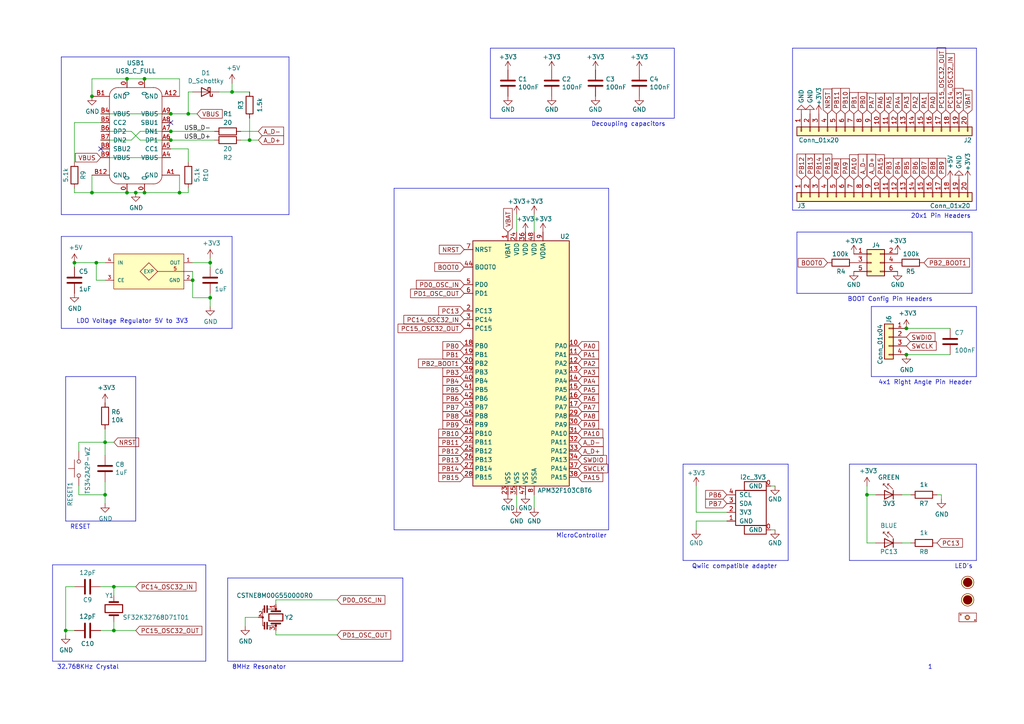
<source format=kicad_sch>
(kicad_sch (version 20230121) (generator eeschema)
  (paper "A4")
  (title_block (title "GroundStudio Magma Droplet") (date "2025-03-31") (rev "0.4") (company "GroundStudio.ro") (comment 1 "Schematic: Victor"))
  (junction (at 54.61 33.02))
  (junction (at 26.67 27.94))
  (junction (at 36.83 55.88))
  (junction (at 39.37 55.88))
  (junction (at 30.48 128.27))
  (junction (at 55.88 81.28))
  (junction (at 41.91 22.86))
  (junction (at 33.02 170.18))
  (junction (at 27.94 76.2))
  (junction (at 41.91 55.88))
  (junction (at 52.07 55.88))
  (junction (at 33.02 182.88))
  (junction (at 251.46 143.51))
  (junction (at 19.05 182.88))
  (junction (at 36.83 22.86))
  (junction (at 21.59 76.2))
  (junction (at 49.53 38.1))
  (junction (at 262.89 95.25))
  (junction (at 72.39 40.64))
  (junction (at 49.53 33.02))
  (junction (at 49.53 40.64))
  (junction (at 30.48 143.51))
  (junction (at 262.89 102.87))
  (junction (at 60.96 76.2))
  (junction (at 60.96 86.36))
  (junction (at 26.67 55.88))
  (junction (at 67.31 26.67))
  (no_connect (at 49.53 35.56))
  (no_connect (at 29.21 43.18))
  (wire (pts (xy 67.31 26.67) (xy 67.31 24.13)))
  (wire (pts (xy 29.21 45.72) (xy 49.53 45.72)))
  (polyline (pts (xy 17.78 68.58) (xy 67.31 68.58)))
  (polyline (pts (xy 252.73 88.9) (xy 283.21 88.9)))
  (wire (pts (xy 67.31 26.67) (xy 72.39 26.67)))
  (wire (pts (xy 60.96 77.47) (xy 60.96 76.2)))
  (wire (pts (xy 201.93 148.59) (xy 210.82 148.59)))
  (wire (pts (xy 55.88 86.36) (xy 55.88 81.28)))
  (wire (pts (xy 30.48 81.28) (xy 27.94 81.28)))
  (polyline (pts (xy 229.87 13.97) (xy 283.21 13.97)))
  (polyline (pts (xy 114.3 54.61) (xy 176.53 54.61)))
  (wire (pts (xy 60.96 86.36) (xy 60.96 88.9)))
  (wire (pts (xy 26.67 27.94) (xy 26.67 22.86)))
  (wire (pts (xy 49.53 38.1) (xy 62.23 38.1)))
  (polyline (pts (xy 66.04 191.77) (xy 66.04 167.64)))
  (wire (pts (xy 262.89 102.87) (xy 275.59 102.87)))
  (wire (pts (xy 223.52 140.97) (xy 224.79 140.97)))
  (wire (pts (xy 22.86 140.97) (xy 22.86 143.51)))
  (wire (pts (xy 254 143.51) (xy 251.46 143.51)))
  (polyline (pts (xy 195.58 13.97) (xy 142.24 13.97)))
  (wire (pts (xy 21.59 55.88) (xy 26.67 55.88)))
  (wire (pts (xy 29.21 33.02) (xy 49.53 33.02)))
  (wire (pts (xy 55.88 86.36) (xy 60.96 86.36)))
  (polyline (pts (xy 15.24 191.77) (xy 15.24 163.83)))
  (wire (pts (xy 22.86 128.27) (xy 30.48 128.27)))
  (polyline (pts (xy 66.04 167.64) (xy 116.84 167.64)))
  (wire (pts (xy 69.85 40.64) (xy 72.39 40.64)))
  (polyline (pts (xy 116.84 167.64) (xy 116.84 191.77)))
  (wire (pts (xy 49.53 40.64) (xy 62.23 40.64)))
  (polyline (pts (xy 252.73 109.22) (xy 252.73 88.9)))
  (wire (pts (xy 26.67 55.88) (xy 36.83 55.88)))
  (wire (pts (xy 29.21 38.1) (xy 38.1 38.1)))
  (wire (pts (xy 149.86 62.23) (xy 149.86 67.31)))
  (wire (pts (xy 41.91 22.86) (xy 52.07 22.86)))
  (wire (pts (xy 54.61 46.99) (xy 54.61 43.18)))
  (polyline (pts (xy 198.12 162.56) (xy 228.6 162.56)))
  (wire (pts (xy 33.02 170.18) (xy 39.37 170.18)))
  (wire (pts (xy 80.01 175.26) (xy 80.01 173.99)))
  (polyline (pts (xy 15.24 191.77) (xy 59.69 191.77)))
  (wire (pts (xy 261.62 143.51) (xy 264.16 143.51)))
  (wire (pts (xy 26.67 50.8) (xy 26.67 55.88)))
  (wire (pts (xy 29.21 182.88) (xy 33.02 182.88)))
  (wire (pts (xy 22.86 143.51) (xy 30.48 143.51)))
  (polyline (pts (xy 231.14 67.31) (xy 231.14 85.09)))
  (wire (pts (xy 55.88 78.74) (xy 55.88 81.28)))
  (polyline (pts (xy 198.12 134.62) (xy 228.6 134.62)))
  (polyline (pts (xy 229.87 60.96) (xy 283.21 60.96)))
  (wire (pts (xy 71.12 179.07) (xy 74.93 179.07)))
  (wire (pts (xy 21.59 76.2) (xy 27.94 76.2)))
  (polyline (pts (xy 15.24 163.83) (xy 59.69 163.83)))
  (wire (pts (xy 60.96 76.2) (xy 60.96 74.93)))
  (wire (pts (xy 54.61 54.61) (xy 54.61 55.88)))
  (wire (pts (xy 201.93 153.67) (xy 201.93 151.13)))
  (wire (pts (xy 36.83 55.88) (xy 39.37 55.88)))
  (polyline (pts (xy 59.69 163.83) (xy 59.69 191.77)))
  (wire (pts (xy 19.05 182.88) (xy 19.05 184.15)))
  (wire (pts (xy 21.59 54.61) (xy 21.59 55.88)))
  (wire (pts (xy 27.94 81.28) (xy 27.94 76.2)))
  (wire (pts (xy 26.67 22.86) (xy 36.83 22.86)))
  (wire (pts (xy 27.94 76.2) (xy 30.48 76.2)))
  (polyline (pts (xy 114.3 153.67) (xy 114.3 54.61)))
  (wire (pts (xy 80.01 184.15) (xy 97.79 184.15)))
  (wire (pts (xy 154.94 62.23) (xy 154.94 67.31)))
  (wire (pts (xy 40.64 40.64) (xy 49.53 40.64)))
  (wire (pts (xy 54.61 33.02) (xy 57.15 33.02)))
  (wire (pts (xy 52.07 55.88) (xy 52.07 50.8)))
  (wire (pts (xy 80.01 173.99) (xy 97.79 173.99)))
  (polyline (pts (xy 17.78 95.25) (xy 17.78 68.58)))
  (polyline (pts (xy 198.12 134.62) (xy 198.12 162.56)))
  (wire (pts (xy 21.59 35.56) (xy 29.21 35.56)))
  (polyline (pts (xy 19.05 109.22) (xy 19.05 151.13)))
  (wire (pts (xy 21.59 170.18) (xy 19.05 170.18)))
  (polyline (pts (xy 283.21 162.56) (xy 246.38 162.56)))
  (polyline (pts (xy 283.21 109.22) (xy 252.73 109.22)))
  (wire (pts (xy 261.62 157.48) (xy 264.16 157.48)))
  (wire (pts (xy 30.48 143.51) (xy 30.48 146.05)))
  (wire (pts (xy 72.39 40.64) (xy 74.93 40.64)))
  (wire (pts (xy 33.02 172.72) (xy 33.02 170.18)))
  (wire (pts (xy 21.59 46.99) (xy 21.59 35.56)))
  (wire (pts (xy 33.02 182.88) (xy 39.37 182.88)))
  (wire (pts (xy 72.39 34.29) (xy 72.39 40.64)))
  (polyline (pts (xy 39.37 151.13) (xy 39.37 109.22)))
  (polyline (pts (xy 281.94 67.31) (xy 281.94 85.09)))
  (polyline (pts (xy 283.21 88.9) (xy 283.21 109.22)))
  (wire (pts (xy 149.86 143.51) (xy 149.86 147.32)))
  (polyline (pts (xy 283.21 134.62) (xy 283.21 162.56)))
  (wire (pts (xy 55.88 76.2) (xy 60.96 76.2)))
  (wire (pts (xy 271.78 143.51) (xy 273.05 143.51)))
  (wire (pts (xy 33.02 182.88) (xy 33.02 180.34)))
  (wire (pts (xy 30.48 128.27) (xy 33.02 128.27)))
  (polyline (pts (xy 195.58 34.29) (xy 195.58 13.97)))
  (wire (pts (xy 38.1 40.64) (xy 40.64 38.1)))
  (wire (pts (xy 21.59 76.2) (xy 21.59 77.47)))
  (wire (pts (xy 52.07 22.86) (xy 52.07 27.94)))
  (polyline (pts (xy 231.14 67.31) (xy 281.94 67.31)))
  (wire (pts (xy 80.01 182.88) (xy 80.01 184.15)))
  (polyline (pts (xy 229.87 13.97) (xy 229.87 60.96)))
  (wire (pts (xy 19.05 182.88) (xy 21.59 182.88)))
  (wire (pts (xy 36.83 22.86) (xy 41.91 22.86)))
  (wire (pts (xy 54.61 33.02) (xy 54.61 26.67)))
  (polyline (pts (xy 142.24 13.97) (xy 142.24 34.29)))
  (polyline (pts (xy 17.78 62.23) (xy 17.78 16.51)))
  (polyline (pts (xy 83.82 16.51) (xy 83.82 62.23)))
  (wire (pts (xy 19.05 170.18) (xy 19.05 182.88)))
  (polyline (pts (xy 39.37 109.22) (xy 19.05 109.22)))
  (wire (pts (xy 54.61 26.67) (xy 55.88 26.67)))
  (wire (pts (xy 254 157.48) (xy 251.46 157.48)))
  (wire (pts (xy 273.05 143.51) (xy 273.05 144.78)))
  (polyline (pts (xy 246.38 134.62) (xy 283.21 134.62)))
  (wire (pts (xy 30.48 139.7) (xy 30.48 143.51)))
  (wire (pts (xy 29.21 40.64) (xy 38.1 40.64)))
  (wire (pts (xy 69.85 38.1) (xy 74.93 38.1)))
  (polyline (pts (xy 176.53 54.61) (xy 176.53 153.67)))
  (wire (pts (xy 40.64 38.1) (xy 49.53 38.1)))
  (wire (pts (xy 223.52 153.67) (xy 224.79 153.67)))
  (wire (pts (xy 63.5 26.67) (xy 67.31 26.67)))
  (wire (pts (xy 39.37 55.88) (xy 41.91 55.88)))
  (polyline (pts (xy 66.04 191.77) (xy 116.84 191.77)))
  (wire (pts (xy 54.61 55.88) (xy 52.07 55.88)))
  (wire (pts (xy 251.46 157.48) (xy 251.46 143.51)))
  (polyline (pts (xy 67.31 68.58) (xy 67.31 95.25)))
  (polyline (pts (xy 142.24 34.29) (xy 195.58 34.29)))
  (polyline (pts (xy 83.82 62.23) (xy 17.78 62.23)))
  (polyline (pts (xy 176.53 153.67) (xy 114.3 153.67)))
  (wire (pts (xy 33.02 170.18) (xy 29.21 170.18)))
  (wire (pts (xy 41.91 55.88) (xy 52.07 55.88)))
  (wire (pts (xy 49.53 33.02) (xy 54.61 33.02)))
  (polyline (pts (xy 231.14 85.09) (xy 281.94 85.09)))
  (polyline (pts (xy 228.6 134.62) (xy 228.6 162.56)))
  (wire (pts (xy 154.94 143.51) (xy 154.94 147.32)))
  (wire (pts (xy 54.61 43.18) (xy 49.53 43.18)))
  (polyline (pts (xy 19.05 151.13) (xy 39.37 151.13)))
  (polyline (pts (xy 283.21 13.97) (xy 283.21 60.96)))
  (wire (pts (xy 262.89 95.25) (xy 275.59 95.25)))
  (wire (pts (xy 201.93 151.13) (xy 210.82 151.13)))
  (wire (pts (xy 38.1 38.1) (xy 40.64 40.64)))
  (wire (pts (xy 60.96 85.09) (xy 60.96 86.36)))
  (wire (pts (xy 30.48 132.08) (xy 30.48 128.27)))
  (polyline (pts (xy 246.38 162.56) (xy 246.38 134.62)))
  (wire (pts (xy 22.86 130.81) (xy 22.86 128.27)))
  (wire (pts (xy 201.93 140.97) (xy 201.93 148.59)))
  (wire (pts (xy 30.48 128.27) (xy 30.48 124.46)))
  (wire (pts (xy 251.46 143.51) (xy 251.46 140.97)))
  (wire (pts (xy 71.12 181.61) (xy 71.12 179.07)))
  (polyline (pts (xy 17.78 16.51) (xy 83.82 16.51)))
  (polyline (pts (xy 67.31 95.25) (xy 17.78 95.25)))
  (text "Decoupling capacitors" (at 193.04 36.83 0) (effects (font (size 1.27 1.27)) (justify right bottom)))
  (text "4x1 Right Angle Pin Header" (at 281.94 111.76 0) (effects (font (size 1.27 1.27)) (justify right bottom)))
  (text "MicroController" (at 161.29 156.21 0) (effects (font (size 1.27 1.27)) (justify left bottom)))
  (text "20x1 Pin Headers" (at 264.16 63.5 0) (effects (font (size 1.27 1.27)) (justify left bottom)))
  (text "8MHz Resonator" (at 67.31 194.31 0) (effects (font (size 1.27 1.27)) (justify left bottom)))
  (text "32.768KHz Crystal" (at 16.51 194.31 0) (effects (font (size 1.27 1.27)) (justify left bottom)))
  (text "LDO Voltage Regulator 5V to 3V3" (at 54.61 93.98 0) (effects (font (size 1.27 1.27)) (justify right bottom)))
  (text "Qwiic compatible adapter\n" (at 200.66 165.1 0) (effects (font (size 1.27 1.27)) (justify left bottom)))
  (text "BOOT Config Pin Headers" (at 270.51 87.63 0) (effects (font (size 1.27 1.27)) (justify right bottom)))
  (text "1" (at 270.51 194.31 0) (effects (font (size 1.27 1.27)) (justify right bottom)))
  (text "LED's" (at 276.86 165.1 0) (effects (font (size 1.27 1.27)) (justify left bottom)))
  (text "RESET" (at 20.32 153.67 0) (effects (font (size 1.27 1.27)) (justify left bottom)))
  (label "USB_D-" (at 53.34 38.1 0))
  (label "USB_D+" (at 53.34 40.64 0))
  (global_label "VBAT" (shape input) (at 280.67 33.02 90) (property "Intersheetrefs" "${INTERSHEET_REFS}" (effects hide)))
  (global_label "PB14" (shape input) (at 134.62 135.89 180) (property "Intersheetrefs" "${INTERSHEET_REFS}" (effects hide)))
  (global_label "PC15_OSC32_OUT" (shape input) (at 39.37 182.88 0) (property "Intersheetrefs" "${INTERSHEET_REFS}" (effects hide)))
  (global_label "PB9" (shape input) (at 273.05 52.07 90) (property "Intersheetrefs" "${INTERSHEET_REFS}" (effects hide)))
  (global_label "A_D+" (shape input) (at 74.93 40.64 0) (property "Intersheetrefs" "${INTERSHEET_REFS}" (effects hide)))
  (global_label "PB12" (shape input) (at 232.41 52.07 90) (property "Intersheetrefs" "${INTERSHEET_REFS}" (effects hide)))
  (global_label "A_D-" (shape input) (at 167.64 128.27 0) (property "Intersheetrefs" "${INTERSHEET_REFS}" (effects hide)))
  (global_label "PA1" (shape input) (at 267.97 33.02 90) (property "Intersheetrefs" "${INTERSHEET_REFS}" (effects hide)))
  (global_label "PB4" (shape input) (at 134.62 110.49 180) (property "Intersheetrefs" "${INTERSHEET_REFS}" (effects hide)))
  (global_label "A_D-" (shape input) (at 74.93 38.1 0) (property "Intersheetrefs" "${INTERSHEET_REFS}" (effects hide)))
  (global_label "PC15_OSC32_OUT" (shape input) (at 134.62 95.25 180) (property "Intersheetrefs" "${INTERSHEET_REFS}" (effects hide)))
  (global_label "PA6" (shape input) (at 167.64 115.57 0) (property "Intersheetrefs" "${INTERSHEET_REFS}" (effects hide)))
  (global_label "PB10" (shape input) (at 245.11 33.02 90) (property "Intersheetrefs" "${INTERSHEET_REFS}" (effects hide)))
  (global_label "PC13" (shape input) (at 278.13 33.02 90) (property "Intersheetrefs" "${INTERSHEET_REFS}" (effects hide)))
  (global_label "PD0_OSC_IN" (shape input) (at 134.62 82.55 180) (property "Intersheetrefs" "${INTERSHEET_REFS}" (effects hide)))
  (global_label "PB1" (shape input) (at 134.62 102.87 180) (property "Intersheetrefs" "${INTERSHEET_REFS}" (effects hide)))
  (global_label "PA15" (shape input) (at 167.64 138.43 0) (property "Intersheetrefs" "${INTERSHEET_REFS}" (effects hide)))
  (global_label "PA10" (shape input) (at 167.64 125.73 0) (property "Intersheetrefs" "${INTERSHEET_REFS}" (effects hide)))
  (global_label "PB4" (shape input) (at 260.35 52.07 90) (property "Intersheetrefs" "${INTERSHEET_REFS}" (effects hide)))
  (global_label "BOOT0" (shape input) (at 134.62 77.47 180) (property "Intersheetrefs" "${INTERSHEET_REFS}" (effects hide)))
  (global_label "SWCLK" (shape input) (at 262.89 100.33 0) (property "Intersheetrefs" "${INTERSHEET_REFS}" (effects hide)))
  (global_label "PB9" (shape input) (at 134.62 123.19 180) (property "Intersheetrefs" "${INTERSHEET_REFS}" (effects hide)))
  (global_label "PD1_OSC_OUT" (shape input) (at 134.62 85.09 180) (property "Intersheetrefs" "${INTERSHEET_REFS}" (effects hide)))
  (global_label "PC14_OSC32_IN" (shape input) (at 39.37 170.18 0) (property "Intersheetrefs" "${INTERSHEET_REFS}" (effects hide)))
  (global_label "PA7" (shape input) (at 167.64 118.11 0) (property "Intersheetrefs" "${INTERSHEET_REFS}" (effects hide)))
  (global_label "PB3" (shape input) (at 257.81 52.07 90) (property "Intersheetrefs" "${INTERSHEET_REFS}" (effects hide)))
  (global_label "PB7" (shape input) (at 267.97 52.07 90) (property "Intersheetrefs" "${INTERSHEET_REFS}" (effects hide)))
  (global_label "VBUS" (shape input) (at 57.15 33.02 0) (property "Intersheetrefs" "${INTERSHEET_REFS}" (effects hide)))
  (global_label "PA8" (shape input) (at 167.64 120.65 0) (property "Intersheetrefs" "${INTERSHEET_REFS}" (effects hide)))
  (global_label "PA15" (shape input) (at 255.27 52.07 90) (property "Intersheetrefs" "${INTERSHEET_REFS}" (effects hide)))
  (global_label "PA0" (shape input) (at 167.64 100.33 0) (property "Intersheetrefs" "${INTERSHEET_REFS}" (effects hide)))
  (global_label "PB12" (shape input) (at 134.62 130.81 180) (property "Intersheetrefs" "${INTERSHEET_REFS}" (effects hide)))
  (global_label "PB11" (shape input) (at 242.57 33.02 90) (property "Intersheetrefs" "${INTERSHEET_REFS}" (effects hide)))
  (global_label "PC14_OSC32_IN" (shape input) (at 134.62 92.71 180) (property "Intersheetrefs" "${INTERSHEET_REFS}" (effects hide)))
  (global_label "PA3" (shape input) (at 262.89 33.02 90) (property "Intersheetrefs" "${INTERSHEET_REFS}" (effects hide)))
  (global_label "PA3" (shape input) (at 167.64 107.95 0) (property "Intersheetrefs" "${INTERSHEET_REFS}" (effects hide)))
  (global_label "PA8" (shape input) (at 242.57 52.07 90) (property "Intersheetrefs" "${INTERSHEET_REFS}" (effects hide)))
  (global_label "PB5" (shape input) (at 262.89 52.07 90) (property "Intersheetrefs" "${INTERSHEET_REFS}" (effects hide)))
  (global_label "PB6" (shape input) (at 265.43 52.07 90) (property "Intersheetrefs" "${INTERSHEET_REFS}" (effects hide)))
  (global_label "PA2" (shape input) (at 167.64 105.41 0) (property "Intersheetrefs" "${INTERSHEET_REFS}" (effects hide)))
  (global_label "PB10" (shape input) (at 134.62 125.73 180) (property "Intersheetrefs" "${INTERSHEET_REFS}" (effects hide)))
  (global_label "A_D-" (shape input) (at 250.19 52.07 90) (property "Intersheetrefs" "${INTERSHEET_REFS}" (effects hide)))
  (global_label "PA10" (shape input) (at 247.65 52.07 90) (property "Intersheetrefs" "${INTERSHEET_REFS}" (effects hide)))
  (global_label "PB8" (shape input) (at 270.51 52.07 90) (property "Intersheetrefs" "${INTERSHEET_REFS}" (effects hide)))
  (global_label "PA5" (shape input) (at 257.81 33.02 90) (property "Intersheetrefs" "${INTERSHEET_REFS}" (effects hide)))
  (global_label "PA2" (shape input) (at 265.43 33.02 90) (property "Intersheetrefs" "${INTERSHEET_REFS}" (effects hide)))
  (global_label "PB0" (shape input) (at 134.62 100.33 180) (property "Intersheetrefs" "${INTERSHEET_REFS}" (effects hide)))
  (global_label "PB13" (shape input) (at 234.95 52.07 90) (property "Intersheetrefs" "${INTERSHEET_REFS}" (effects hide)))
  (global_label "PA9" (shape input) (at 245.11 52.07 90) (property "Intersheetrefs" "${INTERSHEET_REFS}" (effects hide)))
  (global_label "PB6" (shape input) (at 134.62 115.57 180) (property "Intersheetrefs" "${INTERSHEET_REFS}" (effects hide)))
  (global_label "PD0_OSC_IN" (shape input) (at 97.79 173.99 0) (property "Intersheetrefs" "${INTERSHEET_REFS}" (effects hide)))
  (global_label "PB5" (shape input) (at 134.62 113.03 180) (property "Intersheetrefs" "${INTERSHEET_REFS}" (effects hide)))
  (global_label "PC13" (shape input) (at 271.78 157.48 0) (property "Intersheetrefs" "${INTERSHEET_REFS}" (effects hide)))
  (global_label "PC14_OSC32_IN" (shape input) (at 275.59 33.02 90) (property "Intersheetrefs" "${INTERSHEET_REFS}" (effects hide)))
  (global_label "BOOT0" (shape input) (at 240.03 76.2 180) (property "Intersheetrefs" "${INTERSHEET_REFS}" (effects hide)))
  (global_label "PB15" (shape input) (at 134.62 138.43 180) (property "Intersheetrefs" "${INTERSHEET_REFS}" (effects hide)))
  (global_label "PB13" (shape input) (at 134.62 133.35 180) (property "Intersheetrefs" "${INTERSHEET_REFS}" (effects hide)))
  (global_label "PB0" (shape input) (at 250.19 33.02 90) (property "Intersheetrefs" "${INTERSHEET_REFS}" (effects hide)))
  (global_label "PB7" (shape input) (at 134.62 118.11 180) (property "Intersheetrefs" "${INTERSHEET_REFS}" (effects hide)))
  (global_label "VBAT" (shape input) (at 147.32 67.31 90) (property "Intersheetrefs" "${INTERSHEET_REFS}" (effects hide)))
  (global_label "PA5" (shape input) (at 167.64 113.03 0) (property "Intersheetrefs" "${INTERSHEET_REFS}" (effects hide)))
  (global_label "PB14" (shape input) (at 237.49 52.07 90) (property "Intersheetrefs" "${INTERSHEET_REFS}" (effects hide)))
  (global_label "PB3" (shape input) (at 134.62 107.95 180) (property "Intersheetrefs" "${INTERSHEET_REFS}" (effects hide)))
  (global_label "PB8" (shape input) (at 134.62 120.65 180) (property "Intersheetrefs" "${INTERSHEET_REFS}" (effects hide)))
  (global_label "PA7" (shape input) (at 252.73 33.02 90) (property "Intersheetrefs" "${INTERSHEET_REFS}" (effects hide)))
  (global_label "PB6" (shape input) (at 210.82 143.51 180) (property "Intersheetrefs" "${INTERSHEET_REFS}" (effects hide)))
  (global_label "PD1_OSC_OUT" (shape input) (at 97.79 184.15 0) (property "Intersheetrefs" "${INTERSHEET_REFS}" (effects hide)))
  (global_label "SWCLK" (shape input) (at 167.64 135.89 0) (property "Intersheetrefs" "${INTERSHEET_REFS}" (effects hide)))
  (global_label "A_D+" (shape input) (at 167.64 130.81 0) (property "Intersheetrefs" "${INTERSHEET_REFS}" (effects hide)))
  (global_label "VBUS" (shape input) (at 29.21 45.72 180) (property "Intersheetrefs" "${INTERSHEET_REFS}" (effects hide)))
  (global_label "PC13" (shape input) (at 134.62 90.17 180) (property "Intersheetrefs" "${INTERSHEET_REFS}" (effects hide)))
  (global_label "PA0" (shape input) (at 270.51 33.02 90) (property "Intersheetrefs" "${INTERSHEET_REFS}" (effects hide)))
  (global_label "NRST" (shape input) (at 33.02 128.27 0) (property "Intersheetrefs" "${INTERSHEET_REFS}" (effects hide)))
  (global_label "PA4" (shape input) (at 167.64 110.49 0) (property "Intersheetrefs" "${INTERSHEET_REFS}" (effects hide)))
  (global_label "PB2_BOOT1" (shape input) (at 267.97 76.2 0) (property "Intersheetrefs" "${INTERSHEET_REFS}" (effects hide)))
  (global_label "PC15_OSC32_OUT" (shape input) (at 273.05 33.02 90) (property "Intersheetrefs" "${INTERSHEET_REFS}" (effects hide)))
  (global_label "SWDIO" (shape input) (at 167.64 133.35 0) (property "Intersheetrefs" "${INTERSHEET_REFS}" (effects hide)))
  (global_label "PB2_BOOT1" (shape input) (at 134.62 105.41 180) (property "Intersheetrefs" "${INTERSHEET_REFS}" (effects hide)))
  (global_label "NRST" (shape input) (at 240.03 33.02 90) (property "Intersheetrefs" "${INTERSHEET_REFS}" (effects hide)))
  (global_label "PB1" (shape input) (at 247.65 33.02 90) (property "Intersheetrefs" "${INTERSHEET_REFS}" (effects hide)))
  (global_label "PA6" (shape input) (at 255.27 33.02 90) (property "Intersheetrefs" "${INTERSHEET_REFS}" (effects hide)))
  (global_label "SWDIO" (shape input) (at 262.89 97.79 0) (property "Intersheetrefs" "${INTERSHEET_REFS}" (effects hide)))
  (global_label "PB15" (shape input) (at 240.03 52.07 90) (property "Intersheetrefs" "${INTERSHEET_REFS}" (effects hide)))
  (global_label "PB7" (shape input) (at 210.82 146.05 180) (property "Intersheetrefs" "${INTERSHEET_REFS}" (effects hide)))
  (global_label "PA1" (shape input) (at 167.64 102.87 0) (property "Intersheetrefs" "${INTERSHEET_REFS}" (effects hide)))
  (global_label "PA4" (shape input) (at 260.35 33.02 90) (property "Intersheetrefs" "${INTERSHEET_REFS}" (effects hide)))
  (global_label "NRST" (shape input) (at 134.62 72.39 180) (property "Intersheetrefs" "${INTERSHEET_REFS}" (effects hide)))
  (global_label "PA9" (shape input) (at 167.64 123.19 0) (property "Intersheetrefs" "${INTERSHEET_REFS}" (effects hide)))
  (global_label "PB11" (shape input) (at 134.62 128.27 180) (property "Intersheetrefs" "${INTERSHEET_REFS}" (effects hide)))
  (global_label "A_D+" (shape input) (at 252.73 52.07 90) (property "Intersheetrefs" "${INTERSHEET_REFS}" (effects hide)))
  (symbol (lib_id "GS_Local:STM32F103C8T6") (at 152.4 105.41 0) (unit 1)
    (property "Reference" "U2" (at 163.83 68.58 0))
    (property "Value" "APM32F103CBT6" (at 163.83 142.24 0))
    (property "Footprint" "GS_Local:LQFP-48_7x7mm_P0.5mm" (effects hide))
    (property "Datasheet" "https://geehy.com/uploads/tool/APM32F103xB%C2%A0Datasheet%C2%A0V1.3.pdf" (effects hide))
    (property "MPN" "APM32F103CBT6" (effects hide))
  )
  (symbol (lib_id "GS_Local:Conn_01x20") (at 255.27 57.15 90) (mirror x) (unit 1)
    (property "Reference" "J3" (at 232.41 59.69 90))
    (property "Value" "Conn_01x20" (at 275.59 59.69 90))
    (property "Footprint" "GS_Local:PinHeader_1x20_P2.54mm_Vertical_Male" (effects hide))
    (property "Datasheet" "https://datasheet.lcsc.com/szlcsc/1810241611_Ckmtw-Shenzhen-Cankemeng-C124374_C124374.pdf" (effects hide))
    (property "MPN" "C124374" (effects hide))
    (property "LCSC" "C124374" (effects hide))
  )
  (symbol (lib_id "GS_Local:Conn_01x20") (at 255.27 38.1 90) (mirror x) (unit 1)
    (property "Reference" "J2" (at 280.67 40.64 90))
    (property "Value" "Conn_01x20" (at 237.49 40.64 90))
    (property "Footprint" "GS_Local:PinHeader_1x20_P2.54mm_Vertical_Male" (effects hide))
    (property "Datasheet" "https://datasheet.lcsc.com/szlcsc/1810241611_Ckmtw-Shenzhen-Cankemeng-C124374_C124374.pdf" (effects hide))
    (property "MPN" "C124374" (effects hide))
    (property "LCSC" "C124374" (effects hide))
  )
  (symbol (lib_id "GS_Local:C") (at 147.32 24.13 0) (unit 1)
    (property "Reference" "C1" (at 150.241 22.9616 0) (effects (justify left)))
    (property "Value" "100nF" (at 150.241 25.273 0) (effects (justify left)))
    (property "Footprint" "GS_Local:C_0402_1005Metric" (effects hide))
    (property "Datasheet" "https://datasheet.lcsc.com/szlcsc/1912111437_Walsin-Tech-Corp-0402B104K100CT_C387941.pdf" (effects hide))
    (property "MPN" "0402B104K100CT" (effects hide))
    (property "LCSC" "C387941" (effects hide))
  )
  (symbol (lib_id "GS_Local:+3V3") (at 237.49 33.02 0) (mirror y) (unit 1)
    (property "Reference" "#PWR06" (effects hide))
    (property "Value" "+3V3" (at 237.49 27.94 90))
  )
  (symbol (lib_id "GS_Local:GND") (at 234.95 33.02 0) (mirror x) (unit 1)
    (property "Reference" "#PWR05" (effects hide))
    (property "Value" "GND" (at 234.95 27.94 90))
  )
  (symbol (lib_id "GS_Local:GND") (at 232.41 33.02 0) (mirror x) (unit 1)
    (property "Reference" "#PWR04" (effects hide))
    (property "Value" "GND" (at 232.41 27.94 90))
  )
  (symbol (lib_id "GS_Local:SF32K32768D71T01") (at 33.02 176.53 90) (unit 1)
    (property "Reference" "Y1" (at 30.48 172.72 90) (effects (justify right)))
    (property "Value" "SF32K32768D71T01" (at 35.56 179.07 90) (effects (justify right)))
    (property "Footprint" "GS_Local:Crystal_SMD_3215-2Pin_3.2x1.5mm" (effects hide))
    (property "Datasheet" "https://datasheet.lcsc.com/szlcsc/1809271618_TKD-SF32K32768D71T01_C271655.pdf" (effects hide))
    (property "MPN" "SF32K32768D71T01" (effects hide))
    (property "LCSC" "C271655" (effects hide))
  )
  (symbol (lib_id "GS_Local:CSTNE8M00G550000R0") (at 80.01 179.07 270) (unit 1)
    (property "Reference" "Y2" (at 82.55 179.07 90) (effects (justify left)))
    (property "Value" "CSTNE8M00G550000R0" (at 68.58 172.72 90) (effects (justify left)))
    (property "Footprint" "GS_Local:Resonator_SMD_muRata_CSTxExxG-3Pin_3.2x1.3mm" (effects hide))
    (property "Datasheet" "https://datasheet.lcsc.com/szlcsc/2008251032_Murata-Electronics-CSTNE8M00G55A000R0_C341523.pdf" (effects hide))
    (property "MPN" "CSTNE8M00G55A000R0" (effects hide))
    (property "LCSC" "C341523" (effects hide))
  )
  (symbol (lib_id "GS_Local:GND") (at 278.13 52.07 180) (unit 1)
    (property "Reference" "#PWR010" (effects hide))
    (property "Value" "GND" (at 278.13 46.99 90))
  )
  (symbol (lib_id "GS_Local:+3V3") (at 280.67 52.07 0) (unit 1)
    (property "Reference" "#PWR011" (effects hide))
    (property "Value" "+3V3" (at 280.67 46.99 90))
  )
  (symbol (lib_id "GS_Local:Conn_01x04") (at 257.81 97.79 0) (mirror y) (unit 1)
    (property "Reference" "J6" (at 257.81 91.44 90) (effects (justify right)))
    (property "Value" "Conn_01x04" (at 255.27 93.98 90) (effects (justify right)))
    (property "Footprint" "GS_Local:PinHeader_1x04_P2.54mm_Vertical_Male" (effects hide))
    (property "Datasheet" "https://datasheet.lcsc.com/szlcsc/1912111437_MINTRON-MTP125-1104S1_C358686.pdf" (effects hide))
    (property "MPN" "MTP125-1104S1" (effects hide))
    (property "LCSC" "C358686" (effects hide))
  )
  (symbol (lib_id "GS_Local:+5V") (at 275.59 52.07 0) (unit 1)
    (property "Reference" "#PWR09" (effects hide))
    (property "Value" "+5V" (at 275.59 46.99 90))
  )
  (symbol (lib_id "GS_Local:GND") (at 262.89 102.87 0) (unit 1)
    (property "Reference" "#PWR022" (effects hide))
    (property "Value" "GND" (at 263.017 107.2642 0))
  )
  (symbol (lib_id "GS_Local:+3V3") (at 262.89 95.25 0) (unit 1)
    (property "Reference" "#PWR021" (effects hide))
    (property "Value" "+3V3" (at 263.271 90.8558 0))
  )
  (symbol (lib_id "GS_Local:C") (at 275.59 99.06 0) (unit 1)
    (property "Reference" "C7" (at 276.86 96.52 0) (effects (justify left)))
    (property "Value" "100nF" (at 276.86 101.6 0) (effects (justify left)))
    (property "Footprint" "GS_Local:C_0402_1005Metric" (effects hide))
    (property "Datasheet" "https://datasheet.lcsc.com/szlcsc/1912111437_Walsin-Tech-Corp-0402B104K100CT_C387941.pdf" (effects hide))
    (property "MPN" "0402B104K100CT" (effects hide))
    (property "LCSC" "C387941" (effects hide))
  )
  (symbol (lib_id "GS_Local:C") (at 160.02 24.13 0) (unit 1)
    (property "Reference" "C2" (at 162.941 22.9616 0) (effects (justify left)))
    (property "Value" "100nF" (at 162.941 25.273 0) (effects (justify left)))
    (property "Footprint" "GS_Local:C_0402_1005Metric" (effects hide))
    (property "Datasheet" "https://datasheet.lcsc.com/szlcsc/1912111437_Walsin-Tech-Corp-0402B104K100CT_C387941.pdf" (effects hide))
    (property "MPN" "0402B104K100CT" (effects hide))
    (property "LCSC" "C387941" (effects hide))
  )
  (symbol (lib_id "GS_Local:C") (at 172.72 24.13 0) (unit 1)
    (property "Reference" "C3" (at 175.641 22.9616 0) (effects (justify left)))
    (property "Value" "100nF" (at 175.641 25.273 0) (effects (justify left)))
    (property "Footprint" "GS_Local:C_0402_1005Metric" (effects hide))
    (property "Datasheet" "https://datasheet.lcsc.com/szlcsc/1912111437_Walsin-Tech-Corp-0402B104K100CT_C387941.pdf" (effects hide))
    (property "MPN" "0402B104K100CT" (effects hide))
    (property "LCSC" "C387941" (effects hide))
  )
  (symbol (lib_id "GS_Local:C") (at 185.42 24.13 0) (unit 1)
    (property "Reference" "C4" (at 188.341 22.9616 0) (effects (justify left)))
    (property "Value" "100nF" (at 188.341 25.273 0) (effects (justify left)))
    (property "Footprint" "GS_Local:C_0402_1005Metric" (effects hide))
    (property "Datasheet" "https://datasheet.lcsc.com/szlcsc/1912111437_Walsin-Tech-Corp-0402B104K100CT_C387941.pdf" (effects hide))
    (property "MPN" "0402B104K100CT" (effects hide))
    (property "LCSC" "C387941" (effects hide))
  )
  (symbol (lib_id "GS_Local:+3V3") (at 251.46 140.97 0) (unit 1)
    (property "Reference" "#PWR024" (effects hide))
    (property "Value" "+3V3" (at 251.841 136.5758 0))
  )
  (symbol (lib_id "GS_Local:GND") (at 273.05 144.78 0) (unit 1)
    (property "Reference" "#PWR025" (effects hide))
    (property "Value" "GND" (at 273.177 149.1742 0))
  )
  (symbol (lib_id "GS_Local:C") (at 21.59 81.28 0) (unit 1)
    (property "Reference" "C5" (at 22.86 78.74 0) (effects (justify left)))
    (property "Value" "1uF" (at 22.86 83.82 0) (effects (justify left)))
    (property "Footprint" "GS_Local:C_0402_1005Metric" (effects hide))
    (property "Datasheet" "https://datasheet.lcsc.com/szlcsc/2005061106_PSA-Prosperity-Dielectrics-FS15B105K100PKG_C525324.pdf" (effects hide))
    (property "MPN" "FS15B105K100PKG" (effects hide))
    (property "LCSC" "C525324" (effects hide))
  )
  (symbol (lib_id "GS_Local:+3V3") (at 60.96 74.93 0) (unit 1)
    (property "Reference" "#PWR013" (effects hide))
    (property "Value" "+3V3" (at 61.341 70.5358 0))
  )
  (symbol (lib_id "GS_Local:GND") (at 71.12 181.61 0) (unit 1)
    (property "Reference" "#PWR028" (effects hide))
    (property "Value" "GND" (at 71.247 186.0042 0))
  )
  (symbol (lib_id "GS_Local:+3V3") (at 154.94 62.23 0) (unit 1)
    (property "Reference" "#PWR012" (effects hide))
    (property "Value" "+3V3" (at 154.94 58.42 0))
  )
  (symbol (lib_id "GS_Local:GND") (at 149.86 147.32 0) (unit 1)
    (property "Reference" "#PWR026" (effects hide))
    (property "Value" "GND" (at 149.86 151.13 0))
  )
  (symbol (lib_id "GS_Local:TS342A2P-WZ") (at 22.86 135.89 90) (unit 1)
    (property "Reference" "RESET1" (at 20.32 139.7 0) (effects (justify right)))
    (property "Value" "TS342A2P-WZ" (at 25.4 129.54 0) (effects (justify right)))
    (property "Footprint" "GS_Local:TS342A2P-WZ" (effects hide))
    (property "Datasheet" "https://datasheet.lcsc.com/szlcsc/2005221232_SHOU-HAN-TS342A2P-WZ_C557591.pdf" (effects hide))
    (property "MPN" "TS342A2P-WZ" (effects hide))
    (property "LCSC" "C557591" (effects hide))
  )
  (symbol (lib_id "GS_Local:C") (at 30.48 135.89 0) (unit 1)
    (property "Reference" "C8" (at 33.401 134.7216 0) (effects (justify left)))
    (property "Value" "1uF" (at 33.401 137.033 0) (effects (justify left)))
    (property "Footprint" "GS_Local:C_0402_1005Metric" (effects hide))
    (property "Datasheet" "https://datasheet.lcsc.com/szlcsc/2005061106_PSA-Prosperity-Dielectrics-FS15B105K100PKG_C525324.pdf" (effects hide))
    (property "MPN" "FS15B105K100PKG" (effects hide))
    (property "LCSC" "C525324" (effects hide))
  )
  (symbol (lib_id "GS_Local:R") (at 30.48 120.65 0) (unit 1)
    (property "Reference" "R6" (at 32.258 119.4816 0) (effects (justify left)))
    (property "Value" "10k" (at 32.258 121.793 0) (effects (justify left)))
    (property "Footprint" "GS_Local:R_0402_1005Metric" (effects hide))
    (property "Datasheet" "https://datasheet.lcsc.com/szlcsc/1811091923_UNI-ROYAL-Uniroyal-Elec-0402WGJ0103TCE_C25531.pdf" (effects hide))
    (property "MPN" "0402WGJ0103TCE" (effects hide))
    (property "LCSC" "C25531" (effects hide))
  )
  (symbol (lib_id "GS_Local:GND") (at 60.96 88.9 0) (unit 1)
    (property "Reference" "#PWR020" (effects hide))
    (property "Value" "GND" (at 61.087 93.2942 0))
  )
  (symbol (lib_id "GS_Local:C") (at 25.4 170.18 270) (unit 1)
    (property "Reference" "C9" (at 25.4 173.99 90))
    (property "Value" "12pF" (at 25.4 166.0906 90))
    (property "Footprint" "GS_Local:C_0402_1005Metric" (effects hide))
    (property "Datasheet" "https://datasheet.lcsc.com/szlcsc/1912111437_Walsin-Tech-Corp-0402N120J500CT_C340641.pdf" (effects hide))
    (property "MPN" "0402N120J500CT" (effects hide))
    (property "LCSC" "C340641" (effects hide))
  )
  (symbol (lib_id "GS_Local:C") (at 25.4 182.88 270) (unit 1)
    (property "Reference" "C10" (at 25.4 186.69 90))
    (property "Value" "12pF" (at 25.4 178.7906 90))
    (property "Footprint" "GS_Local:C_0402_1005Metric" (effects hide))
    (property "Datasheet" "https://datasheet.lcsc.com/szlcsc/1912111437_Walsin-Tech-Corp-0402N120J500CT_C340641.pdf" (effects hide))
    (property "MPN" "0402N120J500CT" (effects hide))
    (property "LCSC" "C340641" (effects hide))
  )
  (symbol (lib_id "GS_Local:C") (at 60.96 81.28 0) (unit 1)
    (property "Reference" "C6" (at 62.23 78.74 0) (effects (justify left)))
    (property "Value" "1uF" (at 62.23 83.82 0) (effects (justify left)))
    (property "Footprint" "GS_Local:C_0402_1005Metric" (effects hide))
    (property "Datasheet" "https://datasheet.lcsc.com/szlcsc/2005061106_PSA-Prosperity-Dielectrics-FS15B105K100PKG_C525324.pdf" (effects hide))
    (property "MPN" "FS15B105K100PKG" (effects hide))
    (property "LCSC" "C525324" (effects hide))
  )
  (symbol (lib_id "GS_Local:+5V") (at 21.59 76.2 0) (unit 1)
    (property "Reference" "#PWR016" (effects hide))
    (property "Value" "+5V" (at 21.971 71.8058 0))
  )
  (symbol (lib_id "GS_Local:GND") (at 21.59 85.09 0) (unit 1)
    (property "Reference" "#PWR019" (effects hide))
    (property "Value" "GND" (at 21.717 89.4842 0))
  )
  (symbol (lib_id "GS_Local:DY-IR333C-A") (at 256.54 143.51 0) (mirror y) (unit 1)
    (property "Reference" "3V3" (at 257.81 146.05 0))
    (property "Value" "GREEN" (at 257.81 138.4554 0))
    (property "Footprint" "GS_Local:LED_0402_1005Metric" (effects hide))
    (property "Datasheet" "https://datasheet.lcsc.com/szlcsc/2006241134_TUOZHAN-TZ-P2-0402GTIA1-0-45T_C688877.pdf" (effects hide))
    (property "MPN" "TZ-P2-0402GTIA1-0.45T" (effects hide))
    (property "LCSC" "C688877" (effects hide))
  )
  (symbol (lib_id "GS_Local:DY-IR333C-A") (at 256.54 157.48 0) (mirror y) (unit 1)
    (property "Reference" "PC13" (at 257.81 160.02 0))
    (property "Value" "BLUE" (at 257.81 152.4254 0))
    (property "Footprint" "GS_Local:LED_0402_1005Metric" (effects hide))
    (property "Datasheet" "https://datasheet.lcsc.com/szlcsc/2009251739_TUOZHAN-TZ-P2-0402WYIA1-0-45T_C779447.pdf" (effects hide))
    (property "MPN" "TZ-P2-0402WYIA1-0.45T" (effects hide))
    (property "LCSC" "C779447" (effects hide))
  )
  (symbol (lib_id "GS_Local:GND") (at 30.48 146.05 0) (unit 1)
    (property "Reference" "#PWR027" (effects hide))
    (property "Value" "GND" (at 30.607 150.4442 0))
  )
  (symbol (lib_id "GS_Local:+3V3") (at 30.48 116.84 0) (unit 1)
    (property "Reference" "#PWR023" (effects hide))
    (property "Value" "+3V3" (at 30.861 112.4458 0))
  )
  (symbol (lib_id "GS_Local:R") (at 267.97 143.51 270) (unit 1)
    (property "Reference" "R7" (at 267.97 146.05 90))
    (property "Value" "1k" (at 267.97 140.5636 90))
    (property "Footprint" "GS_Local:R_0402_1005Metric" (effects hide))
    (property "Datasheet" "https://datasheet.lcsc.com/szlcsc/1811141734_FH-Guangdong-Fenghua-Advanced-Tech-RC-02W1001FT_C226166.pdf" (effects hide))
    (property "MPN" "RC-02W1001FT" (effects hide))
    (property "LCSC" "C226166" (effects hide))
  )
  (symbol (lib_id "GS_Local:R") (at 267.97 157.48 270) (unit 1)
    (property "Reference" "R8" (at 267.97 160.02 90))
    (property "Value" "1k" (at 267.97 154.5336 90))
    (property "Footprint" "GS_Local:R_0402_1005Metric" (effects hide))
    (property "Datasheet" "https://datasheet.lcsc.com/szlcsc/1811141734_FH-Guangdong-Fenghua-Advanced-Tech-RC-02W1001FT_C226166.pdf" (effects hide))
    (property "MPN" "RC-02W1001FT" (effects hide))
    (property "LCSC" "C226166" (effects hide))
  )
  (symbol (lib_id "GS_Local:+3V3") (at 147.32 20.32 0) (unit 1)
    (property "Reference" "#PWR01" (effects hide))
    (property "Value" "+3V3" (at 147.32 16.51 0))
  )
  (symbol (lib_id "GS_Local:GND") (at 147.32 27.94 0) (unit 1)
    (property "Reference" "#PWR03" (effects hide))
    (property "Value" "GND" (at 147.32 31.75 0))
  )
  (symbol (lib_id "GS_Local:GND") (at 19.05 184.15 0) (unit 1)
    (property "Reference" "#PWR029" (effects hide))
    (property "Value" "GND" (at 19.177 188.5442 0))
  )
  (symbol (lib_id "GS_Local:Conn_02x03_Odd_Even") (at 254 76.2 0) (unit 1)
    (property "Reference" "J4" (at 255.27 71.12 0) (effects (justify right)))
    (property "Value" "Conn_02x03_Odd_Even" (effects hide))
    (property "Footprint" "GS_Local:PinHeader_2x03_P2.54mm_Vertical_Male" (effects hide))
    (property "Datasheet" "https://datasheet.lcsc.com/szlcsc/1912111437_PINREX-210-72-03GB01_C402781.pdf" (effects hide))
    (property "MPN" "210-72-03GB01" (effects hide))
    (property "LCSC" "C402781" (effects hide))
  )
  (symbol (lib_id "GS_Local:+3V3") (at 247.65 73.66 0) (unit 1)
    (property "Reference" "#PWR014" (effects hide))
    (property "Value" "+3V3" (at 247.65 69.85 0))
  )
  (symbol (lib_id "GS_Local:+3V3") (at 260.35 73.66 0) (unit 1)
    (property "Reference" "#PWR015" (effects hide))
    (property "Value" "+3V3" (at 260.35 69.85 0))
  )
  (symbol (lib_id "GS_Local:GND") (at 247.65 78.74 0) (unit 1)
    (property "Reference" "#PWR017" (effects hide))
    (property "Value" "GND" (at 247.65 82.55 0))
  )
  (symbol (lib_id "GS_Local:GND") (at 260.35 78.74 0) (unit 1)
    (property "Reference" "#PWR018" (effects hide))
    (property "Value" "GND" (at 260.35 82.55 0))
  )
  (symbol (lib_id "GS_Local:R") (at 243.84 76.2 270) (unit 1)
    (property "Reference" "R4" (at 242.57 78.74 90) (effects (justify left)))
    (property "Value" "100k" (at 241.3 73.66 90) (effects (justify left)))
    (property "Footprint" "GS_Local:R_0402_1005Metric" (effects hide))
    (property "Datasheet" "https://datasheet.lcsc.com/szlcsc/1810111814_UNI-ROYAL-Uniroyal-Elec-0402WGF1003TCE_C25741.pdf" (effects hide))
    (property "MPN" "0402WGF1003TCE" (effects hide))
    (property "LCSC" "C25741" (effects hide))
  )
  (symbol (lib_id "GS_Local:R") (at 264.16 76.2 90) (unit 1)
    (property "Reference" "R5" (at 265.43 78.74 90) (effects (justify left)))
    (property "Value" "100k" (at 266.7 73.66 90) (effects (justify left)))
    (property "Footprint" "GS_Local:R_0402_1005Metric" (effects hide))
    (property "Datasheet" "https://datasheet.lcsc.com/szlcsc/1810111814_UNI-ROYAL-Uniroyal-Elec-0402WGF1003TCE_C25741.pdf" (effects hide))
    (property "MPN" "0402WGF1003TCE" (effects hide))
    (property "LCSC" "C25741" (effects hide))
  )
  (symbol (lib_id "GS_Local:USB_C_FULL") (at 39.37 38.1 0) (unit 1)
    (property "Reference" "USB1" (at 39.37 18.2626 0))
    (property "Value" "USB_C_FULL" (at 39.37 20.574 0))
    (property "Footprint" "GS_Local:USB_C_C167321" (effects hide))
    (property "Datasheet" "https://datasheet.lcsc.com/szlcsc/1811101520_Jing-Extension-of-the-Electronic-Co-C167321_C167321.pdf" (effects hide))
    (property "MPN" "918-418K2023S40001" (effects hide))
    (property "LCSC" "C167321" (effects hide))
  )
  (symbol (lib_id "GS_Local:R") (at 66.04 38.1 90) (unit 1)
    (property "Reference" "R1" (at 66.04 33.02 90))
    (property "Value" "20" (at 66.04 35.56 90))
    (property "Footprint" "GS_Local:R_0402_1005Metric" (effects hide))
    (property "Datasheet" "https://datasheet.lcsc.com/szlcsc/1912111437_PANASONIC-ERJ2RKF20R0X_C409897.pdf" (effects hide))
    (property "MPN" "ERJ2RKF20R0X" (effects hide))
    (property "LCSC" "C409897" (effects hide))
  )
  (symbol (lib_id "GS_Local:R") (at 72.39 30.48 180) (unit 1)
    (property "Reference" "R3" (at 69.85 30.48 90))
    (property "Value" "1.5k" (at 75.3364 30.48 90))
    (property "Footprint" "GS_Local:R_0402_1005Metric" (effects hide))
    (property "Datasheet" "https://datasheet.lcsc.com/szlcsc/1811061612_UNI-ROYAL-Uniroyal-Elec-0402WGF1501TCE_C25867.pdf" (effects hide))
    (property "MPN" "0402WGF1501TCE" (effects hide))
    (property "LCSC" "C25867" (effects hide))
  )
  (symbol (lib_id "GS_Local:R") (at 66.04 40.64 270) (unit 1)
    (property "Reference" "R2" (at 66.04 45.72 90))
    (property "Value" "20" (at 66.04 43.18 90))
    (property "Footprint" "GS_Local:R_0402_1005Metric" (effects hide))
    (property "Datasheet" "https://datasheet.lcsc.com/szlcsc/1912111437_PANASONIC-ERJ2RKF20R0X_C409897.pdf" (effects hide))
    (property "MPN" "ERJ2RKF20R0X" (effects hide))
    (property "LCSC" "C409897" (effects hide))
  )
  (symbol (lib_id "GS_Local:+3V3") (at 201.93 140.97 0) (unit 1)
    (property "Reference" "#PWR0101" (effects hide))
    (property "Value" "+3V3" (at 201.93 137.16 0))
  )
  (symbol (lib_id "GS_Local:GND") (at 39.37 55.88 0) (unit 1)
    (property "Reference" "#PWR0106" (effects hide))
    (property "Value" "GND" (at 39.497 60.2742 0))
  )
  (symbol (lib_id "GS_Local:GND") (at 26.67 27.94 0) (unit 1)
    (property "Reference" "#PWR0107" (effects hide))
    (property "Value" "GND" (at 26.797 32.3342 0))
  )
  (symbol (lib_id "GS_Local:ME6211C33U4AG-N") (at 43.18 81.28 0) (unit 1)
    (property "Reference" "U1" (effects hide))
    (property "Value" "ME6211C33U4AG-N" (effects hide))
    (property "Footprint" "GS_Local:FBP1-1-4" (effects hide))
    (property "Datasheet" "https://datasheet.lcsc.com/szlcsc/2005081834_MICRONE-Nanjing-Micro-One-Elec-ME6211C33U4AG-N_C428904.pdf" (effects hide))
    (property "MPN" "ME6211C33U4AG-N" (effects hide))
    (property "LCSC" "C428904" (effects hide))
  )
  (symbol (lib_id "GS_Local:R") (at 54.61 50.8 0) (unit 1)
    (property "Reference" "R10" (at 59.69 50.8 90))
    (property "Value" "5.1k" (at 57.15 50.8 90))
    (property "Footprint" "GS_Local:R_0402_1005Metric" (effects hide))
    (property "Datasheet" "https://datasheet.lcsc.com/szlcsc/1811141743_FH-Guangdong-Fenghua-Advanced-Tech-RC-02W5101FT_C294638.pdf" (effects hide))
    (property "MPN" "RC-02W5101FT" (effects hide))
    (property "LCSC" "C294638" (effects hide))
  )
  (symbol (lib_id "GS_Local:R") (at 21.59 50.8 180) (unit 1)
    (property "Reference" "R9" (at 24.13 50.8 90))
    (property "Value" "5.1k" (at 19.05 50.8 90))
    (property "Footprint" "GS_Local:R_0402_1005Metric" (effects hide))
    (property "Datasheet" "https://datasheet.lcsc.com/szlcsc/1811141743_FH-Guangdong-Fenghua-Advanced-Tech-RC-02W5101FT_C294638.pdf" (effects hide))
    (property "MPN" "RC-02W5101FT" (effects hide))
    (property "LCSC" "C294638" (effects hide))
  )
  (symbol (lib_id "GS_Local:D_Schottky") (at 59.69 26.67 180) (unit 1)
    (property "Reference" "D1" (at 59.69 21.1582 0))
    (property "Value" "D_Schottky" (at 59.69 23.4696 0))
    (property "Footprint" "GS_Local:SOD-123" (effects hide))
    (property "Datasheet" "https://datasheet.lcsc.com/szlcsc/1811021622_Changzhou-Starsea-Elec-B0520LW_C89640.pdf" (effects hide))
    (property "MPN" "B0520LW" (effects hide))
    (property "LCSC" "C89640" (effects hide))
  )
  (symbol (lib_id "GS_Local:+5V") (at 67.31 24.13 0) (unit 1)
    (property "Reference" "#PWR0103" (effects hide))
    (property "Value" "+5V" (at 67.691 19.7358 0))
  )
  (symbol (lib_id "GS_Local:i2c_3V3") (at 217.17 147.32 0) (unit 1)
    (property "Reference" "X1" (effects hide))
    (property "Value" "i2c_3V3" (at 214.63 138.43 0) (effects (justify left)))
    (property "Footprint" "GS_Local:SH__1x04_P1.00mm_Horizontal" (effects hide))
    (property "Datasheet" "https://datasheet.lcsc.com/szlcsc/1811082116_BOOMELE-Boom-Precision-Elec-C145956_C145956.pdf" (effects hide))
    (property "MPN" "C145956" (effects hide))
    (property "LCSC" "C145956" (effects hide))
  )
  (symbol (lib_id "GS_Local:PCB") (at 280.67 179.07 0) (unit 1)
    (property "Reference" "P1" (effects hide))
    (property "Value" "PCB" (effects hide))
    (property "MPN" "HBPLQA_GS_PCB" (effects hide))
  )
  (symbol (lib_id "GS_Local:GND") (at 224.79 153.67 0) (unit 1)
    (property "Reference" "#PWR0102" (effects hide))
    (property "Value" "GND" (at 224.79 157.48 0))
  )
  (symbol (lib_id "GS_Local:GND") (at 224.79 140.97 0) (unit 1)
    (property "Reference" "#PWR0104" (effects hide))
    (property "Value" "GND" (at 224.79 144.78 0))
  )
  (symbol (lib_id "GS_Local:GND") (at 201.93 153.67 0) (unit 1)
    (property "Reference" "#PWR0105" (effects hide))
    (property "Value" "GND" (at 201.93 157.48 0))
  )
  (symbol (lib_id "GS_Local:Fiducial") (at 280.67 173.99 0) (unit 1)
    (property "Reference" "FID2" (effects hide))
    (property "Value" "Fiducial" (effects hide))
    (property "Footprint" "GS_Local:Fiducial_0.75mm_Mask1.5mm" (effects hide))
  )
  (symbol (lib_id "GS_Local:Fiducial") (at 280.67 168.91 0) (unit 1)
    (property "Reference" "FID1" (effects hide))
    (property "Value" "Fiducial" (effects hide))
    (property "Footprint" "GS_Local:Fiducial_0.75mm_Mask1.5mm" (effects hide))
  )
  (symbol (lib_id "GS_Local:GND") (at 147.32 143.51 0) (unit 1)
    (property "Reference" "#PWR0108" (effects hide))
    (property "Value" "GND" (at 147.32 147.32 0))
  )
  (symbol (lib_id "GS_Local:GND") (at 152.4 143.51 0) (unit 1)
    (property "Reference" "#PWR0109" (effects hide))
    (property "Value" "GND" (at 152.4 147.32 0))
  )
  (symbol (lib_id "GS_Local:GND") (at 154.94 147.32 0) (unit 1)
    (property "Reference" "#PWR0110" (effects hide))
    (property "Value" "GND" (at 154.94 151.13 0))
  )
  (symbol (lib_id "GS_Local:+3V3") (at 157.48 67.31 0) (unit 1)
    (property "Reference" "#PWR0111" (effects hide))
    (property "Value" "+3V3" (at 157.48 63.5 0))
  )
  (symbol (lib_id "GS_Local:+3V3") (at 152.4 67.31 0) (unit 1)
    (property "Reference" "#PWR0112" (effects hide))
    (property "Value" "+3V3" (at 152.4 63.5 0))
  )
  (symbol (lib_id "GS_Local:+3V3") (at 149.86 62.23 0) (unit 1)
    (property "Reference" "#PWR0113" (effects hide))
    (property "Value" "+3V3" (at 149.86 58.42 0))
  )
  (symbol (lib_id "GS_Local:+3V3") (at 160.02 20.32 0) (unit 1)
    (property "Reference" "#PWR?" (effects hide))
    (property "Value" "+3V3" (at 160.02 16.51 0))
  )
  (symbol (lib_id "GS_Local:+3V3") (at 172.72 20.32 0) (unit 1)
    (property "Reference" "#PWR?" (effects hide))
    (property "Value" "+3V3" (at 172.72 16.51 0))
  )
  (symbol (lib_id "GS_Local:+3V3") (at 185.42 20.32 0) (unit 1)
    (property "Reference" "#PWR?" (effects hide))
    (property "Value" "+3V3" (at 185.42 16.51 0))
  )
  (symbol (lib_id "GS_Local:GND") (at 160.02 27.94 0) (unit 1)
    (property "Reference" "#PWR?" (effects hide))
    (property "Value" "GND" (at 160.02 31.75 0))
  )
  (symbol (lib_id "GS_Local:GND") (at 172.72 27.94 0) (unit 1)
    (property "Reference" "#PWR?" (effects hide))
    (property "Value" "GND" (at 172.72 31.75 0))
  )
  (symbol (lib_id "GS_Local:GND") (at 185.42 27.94 0) (unit 1)
    (property "Reference" "#PWR?" (effects hide))
    (property "Value" "GND" (at 185.42 31.75 0))
  )
)
</source>
